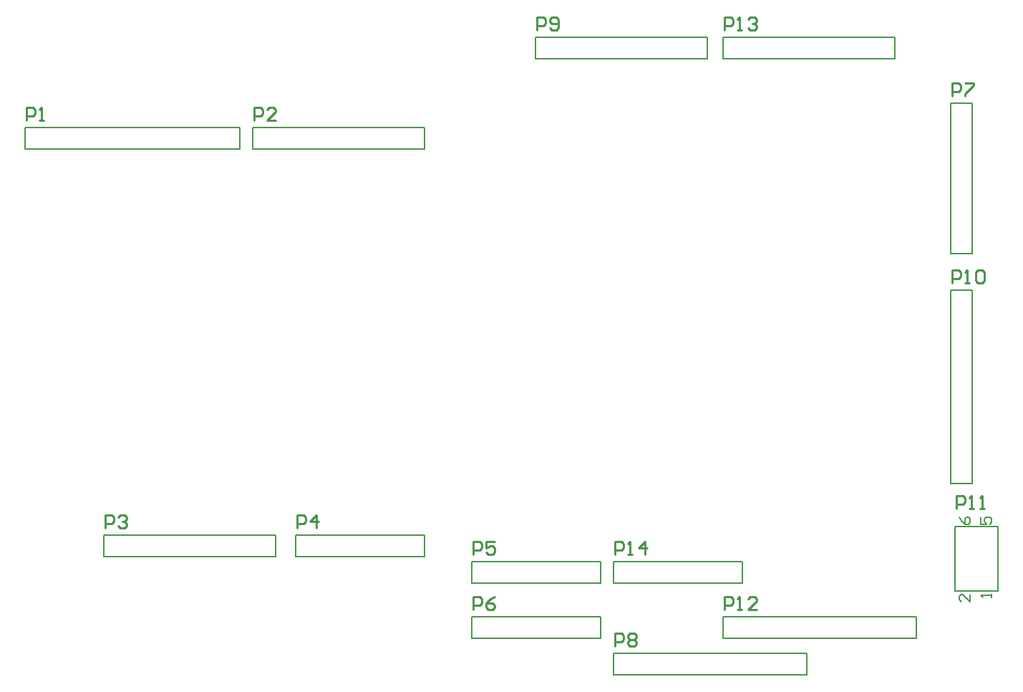
<source format=gto>
G04*
G04 #@! TF.GenerationSoftware,Altium Limited,Altium Designer,21.0.9 (235)*
G04*
G04 Layer_Color=65535*
%FSLAX44Y44*%
%MOMM*%
G71*
G04*
G04 #@! TF.SameCoordinates,4DC3274F-E9D7-49BC-8B51-1643F64A7915*
G04*
G04*
G04 #@! TF.FilePolarity,Positive*
G04*
G01*
G75*
%ADD10C,0.2000*%
%ADD11C,0.2032*%
%ADD12C,0.2540*%
D10*
X750570Y760730D02*
Y786130D01*
X547370Y760730D02*
X750570D01*
X547370D02*
Y786130D01*
X750570D01*
X974090Y273050D02*
X1126490D01*
X974090Y247650D02*
X1126490D01*
Y273050D01*
X974090Y247650D02*
Y273050D01*
X1103630Y867410D02*
X1306830D01*
Y892810D01*
X1103630D02*
X1306830D01*
X1103630Y867410D02*
Y892810D01*
Y208280D02*
X1332230D01*
X1103630Y182880D02*
Y208280D01*
Y182880D02*
X1332230D01*
Y208280D01*
X1428750Y266277D02*
Y314960D01*
Y238760D02*
Y314960D01*
X1377950Y238760D02*
Y314960D01*
Y238760D02*
X1428750D01*
X1377950Y314960D02*
X1428750D01*
X1372870Y365760D02*
Y594360D01*
Y365760D02*
X1398270D01*
Y594360D01*
X1372870D02*
X1398270D01*
X881380Y867410D02*
X1084580D01*
Y892810D01*
X881380D02*
X1084580D01*
X881380Y867410D02*
Y892810D01*
X974090Y165100D02*
X1202690D01*
X974090Y139700D02*
Y165100D01*
Y139700D02*
X1202690D01*
Y165100D01*
X1372870Y637540D02*
X1398270D01*
X1372870D02*
Y815340D01*
X1398270D01*
Y637540D02*
Y815340D01*
X806450Y182880D02*
X958850D01*
X806450Y208280D02*
X958850D01*
X806450Y182880D02*
Y208280D01*
X958850Y182880D02*
Y208280D01*
X806450Y273050D02*
X958850D01*
X806450Y247650D02*
X958850D01*
Y273050D01*
X806450Y247650D02*
Y273050D01*
X598170Y279400D02*
X750570D01*
X598170Y304800D02*
X750570D01*
X598170Y279400D02*
Y304800D01*
X750570Y279400D02*
Y304800D01*
X370840D02*
X574040D01*
X370840Y279400D02*
Y304800D01*
Y279400D02*
X574040D01*
Y304800D01*
X532130Y760730D02*
Y786130D01*
X278130Y760730D02*
X532130D01*
X278130D02*
Y786130D01*
X297180D01*
X532130D01*
D11*
X1421130Y231140D02*
Y235372D01*
Y233256D01*
X1408434D01*
X1410550Y231140D01*
X1395730Y234524D02*
Y226060D01*
X1387266Y234524D01*
X1385150D01*
X1383034Y232408D01*
Y228176D01*
X1385150Y226060D01*
X1408434Y325964D02*
Y317500D01*
X1414782D01*
X1412666Y321732D01*
Y323848D01*
X1414782Y325964D01*
X1419014D01*
X1421130Y323848D01*
Y319616D01*
X1419014Y317500D01*
X1383034Y325964D02*
X1385150Y321732D01*
X1389382Y317500D01*
X1393614D01*
X1395730Y319616D01*
Y323848D01*
X1393614Y325964D01*
X1391498D01*
X1389382Y323848D01*
Y317500D01*
D12*
X975614Y281686D02*
Y296921D01*
X983232D01*
X985771Y294382D01*
Y289303D01*
X983232Y286764D01*
X975614D01*
X990849Y281686D02*
X995927D01*
X993388D01*
Y296921D01*
X990849Y294382D01*
X1011162Y281686D02*
Y296921D01*
X1003545Y289303D01*
X1013702D01*
X1105154Y901446D02*
Y916681D01*
X1112772D01*
X1115311Y914142D01*
Y909063D01*
X1112772Y906524D01*
X1105154D01*
X1120389Y901446D02*
X1125467D01*
X1122928D01*
Y916681D01*
X1120389Y914142D01*
X1133085D02*
X1135624Y916681D01*
X1140703D01*
X1143242Y914142D01*
Y911603D01*
X1140703Y909063D01*
X1138163D01*
X1140703D01*
X1143242Y906524D01*
Y903985D01*
X1140703Y901446D01*
X1135624D01*
X1133085Y903985D01*
X1105154Y216916D02*
Y232151D01*
X1112772D01*
X1115311Y229612D01*
Y224534D01*
X1112772Y221994D01*
X1105154D01*
X1120389Y216916D02*
X1125467D01*
X1122928D01*
Y232151D01*
X1120389Y229612D01*
X1143242Y216916D02*
X1133085D01*
X1143242Y227073D01*
Y229612D01*
X1140703Y232151D01*
X1135624D01*
X1133085Y229612D01*
X1379601Y335661D02*
Y350896D01*
X1387218D01*
X1389758Y348357D01*
Y343279D01*
X1387218Y340739D01*
X1379601D01*
X1394836Y335661D02*
X1399914D01*
X1397375D01*
Y350896D01*
X1394836Y348357D01*
X1407532Y335661D02*
X1412610D01*
X1410071D01*
Y350896D01*
X1407532Y348357D01*
X1374521Y602869D02*
Y618104D01*
X1382139D01*
X1384678Y615565D01*
Y610486D01*
X1382139Y607947D01*
X1374521D01*
X1389756Y602869D02*
X1394834D01*
X1392295D01*
Y618104D01*
X1389756Y615565D01*
X1402452D02*
X1404991Y618104D01*
X1410069D01*
X1412609Y615565D01*
Y605408D01*
X1410069Y602869D01*
X1404991D01*
X1402452Y605408D01*
Y615565D01*
X882904Y901446D02*
Y916681D01*
X890521D01*
X893061Y914142D01*
Y909063D01*
X890521Y906524D01*
X882904D01*
X898139Y903985D02*
X900678Y901446D01*
X905757D01*
X908296Y903985D01*
Y914142D01*
X905757Y916681D01*
X900678D01*
X898139Y914142D01*
Y911603D01*
X900678Y909063D01*
X908296D01*
X975614Y173736D02*
Y188971D01*
X983232D01*
X985771Y186432D01*
Y181353D01*
X983232Y178814D01*
X975614D01*
X990849Y186432D02*
X993388Y188971D01*
X998467D01*
X1001006Y186432D01*
Y183893D01*
X998467Y181353D01*
X1001006Y178814D01*
Y176275D01*
X998467Y173736D01*
X993388D01*
X990849Y176275D01*
Y178814D01*
X993388Y181353D01*
X990849Y183893D01*
Y186432D01*
X993388Y181353D02*
X998467D01*
X1374394Y823976D02*
Y839211D01*
X1382012D01*
X1384551Y836672D01*
Y831593D01*
X1382012Y829054D01*
X1374394D01*
X1389629Y839211D02*
X1399786D01*
Y836672D01*
X1389629Y826515D01*
Y823976D01*
X807974Y216916D02*
Y232151D01*
X815592D01*
X818131Y229612D01*
Y224534D01*
X815592Y221994D01*
X807974D01*
X833366Y232151D02*
X828287Y229612D01*
X823209Y224534D01*
Y219455D01*
X825748Y216916D01*
X830827D01*
X833366Y219455D01*
Y221994D01*
X830827Y224534D01*
X823209D01*
X807974Y281686D02*
Y296921D01*
X815592D01*
X818131Y294382D01*
Y289303D01*
X815592Y286764D01*
X807974D01*
X833366Y296921D02*
X823209D01*
Y289303D01*
X828287Y291843D01*
X830827D01*
X833366Y289303D01*
Y284225D01*
X830827Y281686D01*
X825748D01*
X823209Y284225D01*
X599694Y313436D02*
Y328671D01*
X607312D01*
X609851Y326132D01*
Y321054D01*
X607312Y318514D01*
X599694D01*
X622547Y313436D02*
Y328671D01*
X614929Y321054D01*
X625086D01*
X372364Y313436D02*
Y328671D01*
X379981D01*
X382521Y326132D01*
Y321054D01*
X379981Y318514D01*
X372364D01*
X387599Y326132D02*
X390138Y328671D01*
X395217D01*
X397756Y326132D01*
Y323593D01*
X395217Y321054D01*
X392677D01*
X395217D01*
X397756Y318514D01*
Y315975D01*
X395217Y313436D01*
X390138D01*
X387599Y315975D01*
X548894Y794766D02*
Y810001D01*
X556511D01*
X559051Y807462D01*
Y802383D01*
X556511Y799844D01*
X548894D01*
X574286Y794766D02*
X564129D01*
X574286Y804923D01*
Y807462D01*
X571747Y810001D01*
X566668D01*
X564129Y807462D01*
X279654Y794766D02*
Y810001D01*
X287271D01*
X289811Y807462D01*
Y802383D01*
X287271Y799844D01*
X279654D01*
X294889Y794766D02*
X299967D01*
X297428D01*
Y810001D01*
X294889Y807462D01*
M02*

</source>
